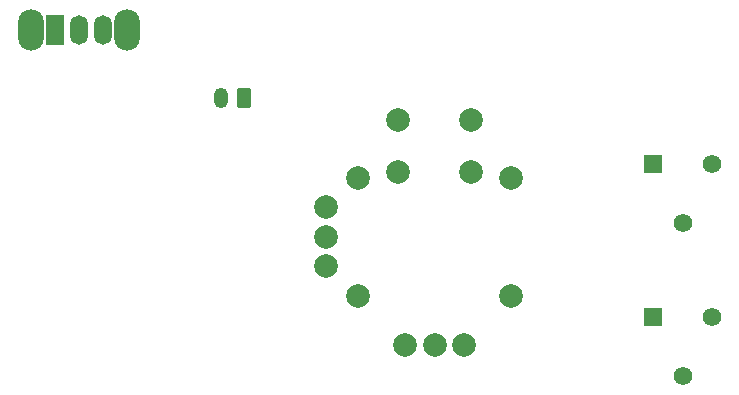
<source format=gbs>
%TF.GenerationSoftware,KiCad,Pcbnew,8.0.8*%
%TF.CreationDate,2025-02-18T09:32:00+01:00*%
%TF.ProjectId,T_lecommande,54e96c65-636f-46d6-9d61-6e64652e6b69,rev?*%
%TF.SameCoordinates,Original*%
%TF.FileFunction,Soldermask,Bot*%
%TF.FilePolarity,Negative*%
%FSLAX46Y46*%
G04 Gerber Fmt 4.6, Leading zero omitted, Abs format (unit mm)*
G04 Created by KiCad (PCBNEW 8.0.8) date 2025-02-18 09:32:00*
%MOMM*%
%LPD*%
G01*
G04 APERTURE LIST*
G04 Aperture macros list*
%AMRoundRect*
0 Rectangle with rounded corners*
0 $1 Rounding radius*
0 $2 $3 $4 $5 $6 $7 $8 $9 X,Y pos of 4 corners*
0 Add a 4 corners polygon primitive as box body*
4,1,4,$2,$3,$4,$5,$6,$7,$8,$9,$2,$3,0*
0 Add four circle primitives for the rounded corners*
1,1,$1+$1,$2,$3*
1,1,$1+$1,$4,$5*
1,1,$1+$1,$6,$7*
1,1,$1+$1,$8,$9*
0 Add four rect primitives between the rounded corners*
20,1,$1+$1,$2,$3,$4,$5,0*
20,1,$1+$1,$4,$5,$6,$7,0*
20,1,$1+$1,$6,$7,$8,$9,0*
20,1,$1+$1,$8,$9,$2,$3,0*%
G04 Aperture macros list end*
%ADD10C,2.000000*%
%ADD11R,1.560000X1.560000*%
%ADD12C,1.560000*%
%ADD13O,2.200000X3.500000*%
%ADD14R,1.500000X2.500000*%
%ADD15O,1.500000X2.500000*%
%ADD16RoundRect,0.250000X0.350000X0.625000X-0.350000X0.625000X-0.350000X-0.625000X0.350000X-0.625000X0*%
%ADD17O,1.200000X1.750000*%
G04 APERTURE END LIST*
D10*
%TO.C,R1*%
X86900000Y-68700000D03*
X86900000Y-71200000D03*
X86900000Y-73700000D03*
X93600000Y-80400000D03*
X96100000Y-80400000D03*
X98600000Y-80400000D03*
X99200000Y-65700000D03*
X93000000Y-65700000D03*
X99200000Y-61350000D03*
X93000000Y-61350000D03*
X89650000Y-76200000D03*
X102550000Y-76200000D03*
X89650000Y-66200000D03*
X102550000Y-66200000D03*
%TD*%
D11*
%TO.C,RV2*%
X114600000Y-78020000D03*
D12*
X117100000Y-83020000D03*
X119600000Y-78020000D03*
%TD*%
D13*
%TO.C,SW1*%
X61900000Y-53700000D03*
X70100000Y-53700000D03*
D14*
X64000000Y-53700000D03*
D15*
X66000000Y-53700000D03*
X68000000Y-53700000D03*
%TD*%
D11*
%TO.C,RV1*%
X114600000Y-65020000D03*
D12*
X117100000Y-70020000D03*
X119600000Y-65020000D03*
%TD*%
D16*
%TO.C,J1*%
X80000000Y-59450000D03*
D17*
X78000000Y-59450000D03*
%TD*%
M02*

</source>
